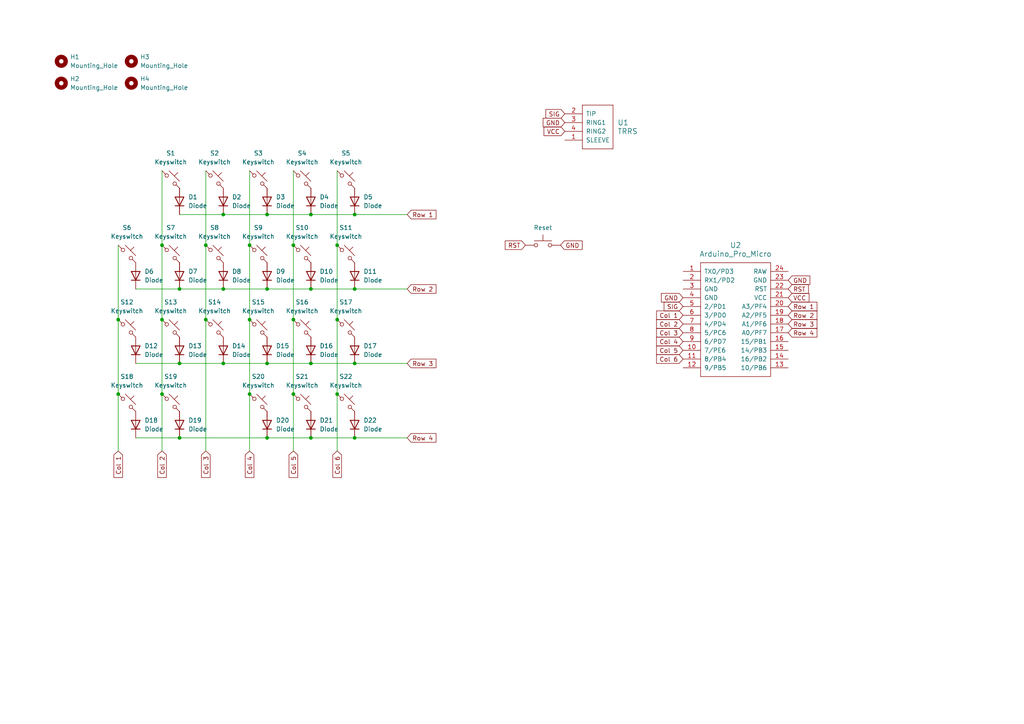
<source format=kicad_sch>
(kicad_sch (version 20231120) (generator "eeschema") (generator_version "8.0")
  (paper "A4")
  (title_block (title "splay") (date "2024-08-13") (rev "1"))
  (lib_symbols
    (symbol "ScottoSymbs:MCU_Arduino_Pro_Micro" (pin_names (offset 1.016))
      (property "Reference" "U" (at 0 0 0))
      (property "Value" "Arduino_Pro_Micro" (at 0 -19.05 0))
      (symbol "MCU_Arduino_Pro_Micro_0_1"
        (rectangle (start -10.16 16.51) (end 10.16 -16.51))
      )
      (symbol "MCU_Arduino_Pro_Micro_1_1"
        (pin input line (at -15.24 13.97 0) (length 5.08) (name "TX0/PD3") (number "1"))
        (pin input line (at -15.24 -8.89 0) (length 5.08) (name "7/PE6") (number "10"))
        (pin input line (at -15.24 -11.43 0) (length 5.08) (name "8/PB4") (number "11"))
        (pin input line (at -15.24 -13.97 0) (length 5.08) (name "9/PB5") (number "12"))
        (pin input line (at 15.24 -13.97 180) (length 5.08) (name "10/PB6") (number "13"))
        (pin input line (at 15.24 -11.43 180) (length 5.08) (name "16/PB2") (number "14"))
        (pin input line (at 15.24 -8.89 180) (length 5.08) (name "14/PB3") (number "15"))
        (pin input line (at 15.24 -6.35 180) (length 5.08) (name "15/PB1") (number "16"))
        (pin input line (at 15.24 -3.81 180) (length 5.08) (name "A0/PF7") (number "17"))
        (pin input line (at 15.24 -1.27 180) (length 5.08) (name "A1/PF6") (number "18"))
        (pin input line (at 15.24 1.27 180) (length 5.08) (name "A2/PF5") (number "19"))
        (pin input line (at -15.24 11.43 0) (length 5.08) (name "RX1/PD2") (number "2"))
        (pin input line (at 15.24 3.81 180) (length 5.08) (name "A3/PF4") (number "20"))
        (pin input line (at 15.24 6.35 180) (length 5.08) (name "VCC") (number "21"))
        (pin input line (at 15.24 8.89 180) (length 5.08) (name "RST") (number "22"))
        (pin input line (at 15.24 11.43 180) (length 5.08) (name "GND") (number "23"))
        (pin input line (at 15.24 13.97 180) (length 5.08) (name "RAW") (number "24"))
        (pin input line (at -15.24 8.89 0) (length 5.08) (name "GND") (number "3"))
        (pin input line (at -15.24 6.35 0) (length 5.08) (name "GND") (number "4"))
        (pin input line (at -15.24 3.81 0) (length 5.08) (name "2/PD1") (number "5"))
        (pin input line (at -15.24 1.27 0) (length 5.08) (name "3/PD0") (number "6"))
        (pin input line (at -15.24 -1.27 0) (length 5.08) (name "4/PD4") (number "7"))
        (pin input line (at -15.24 -3.81 0) (length 5.08) (name "5/PC6") (number "8"))
        (pin input line (at -15.24 -6.35 0) (length 5.08) (name "6/PD7") (number "9"))
      )
    )
    (symbol "ScottoSymbs:Placeholder_Diode" (pin_numbers hide) (pin_names hide)
      (property "Reference" "D" (at 0 2.54 0))
      (property "Value" "Diode" (at 0 -2.54 0))
      (symbol "Placeholder_Diode_0_1"
        (polyline (pts (xy -1.27 1.27) (xy -1.27 -1.27)) (stroke (width 0.254)))
        (polyline (pts (xy 1.27 0) (xy -1.27 0)))
        (polyline (pts (xy 1.27 1.27) (xy 1.27 -1.27) (xy -1.27 0) (xy 1.27 1.27)) (stroke (width 0.254)))
      )
      (symbol "Placeholder_Diode_1_1"
        (pin passive line (at -3.81 0 0) (length 2.54) (name "K") (number "1"))
        (pin passive line (at 3.81 0 180) (length 2.54) (name "A") (number "2"))
      )
    )
    (symbol "ScottoSymbs:Placeholder_Keyswitch" (pin_numbers hide) (pin_names (offset 1.016) hide)
      (property "Reference" "S" (at 3.048 1.016 0))
      (property "Value" "Keyswitch" (at 0 -3.81 0))
      (symbol "Placeholder_Keyswitch_0_1"
        (circle (center -1.1684 1.1684) (radius 0.508))
        (polyline (pts (xy -0.508 2.54) (xy 2.54 -0.508)))
        (polyline (pts (xy 1.016 1.016) (xy 2.032 2.032)))
        (polyline (pts (xy -2.54 2.54) (xy -1.524 1.524) (xy -1.524 1.524)))
        (polyline (pts (xy 1.524 -1.524) (xy 2.54 -2.54) (xy 2.54 -2.54) (xy 2.54 -2.54)))
        (circle (center 1.143 -1.1938) (radius 0.508))
        (pin passive line (at -2.54 2.54 0) (length 0) (name "1") (number "1"))
        (pin passive line (at 2.54 -2.54 180) (length 0) (name "2") (number "2"))
      )
    )
    (symbol "ScottoSymbs:Placeholder_Mounting_Hole" (pin_names (offset 1.016))
      (property "Reference" "H" (at 0 5.08 0))
      (property "Value" "Mounting_Hole" (at 0 3.175 0))
      (symbol "Placeholder_Mounting_Hole_0_1"
        (circle (center 0 0) (radius 1.27) (stroke (width 1.27)))
      )
    )
    (symbol "ScottoSymbs:Placeholder_Switch" (pin_numbers hide) (pin_names (offset 1.016) hide)
      (property "Reference" "SW" (at 1.27 2.54 0))
      (property "Value" "Switch" (at 0 -1.524 0))
      (symbol "Placeholder_Switch_0_1"
        (circle (center -2.032 0) (radius 0.508))
        (polyline (pts (xy 0 1.27) (xy 0 3.048)))
        (polyline (pts (xy 2.54 1.27) (xy -2.54 1.27)))
        (circle (center 2.032 0) (radius 0.508))
        (pin passive line (at -5.08 0 0) (length 2.54) (name "1") (number "1"))
        (pin passive line (at 5.08 0 180) (length 2.54) (name "2") (number "2"))
      )
    )
    (symbol "ScottoSymbs:Placeholder_TRRS" (pin_names (offset 1.016))
      (property "Reference" "U" (at 0 15.24 0))
      (property "Value" "TRRS" (at 0 -2.54 0))
      (symbol "Placeholder_TRRS_0_1"
        (rectangle (start -3.81 0) (end -3.81 12.7))
        (rectangle (start -3.81 0) (end 5.08 0))
        (rectangle (start -3.81 12.7) (end 5.08 12.7))
        (rectangle (start 5.08 12.7) (end 5.08 0))
      )
      (symbol "Placeholder_TRRS_1_1"
        (pin input line (at -8.89 2.54 0) (length 5.08) (name "SLEEVE") (number "1"))
        (pin input line (at -8.89 10.16 0) (length 5.08) (name "TIP") (number "2"))
        (pin input line (at -8.89 7.62 0) (length 5.08) (name "RING1") (number "3"))
        (pin input line (at -8.89 5.08 0) (length 5.08) (name "RING2") (number "4"))
      )
    )
  )
  (junction (at 72.39 114.3))
  (junction (at 34.29 114.3))
  (junction (at 72.39 71.12))
  (junction (at 90.17 127))
  (junction (at 46.99 114.3))
  (junction (at 64.77 62.23))
  (junction (at 77.47 62.23))
  (junction (at 77.47 83.82))
  (junction (at 97.79 71.12))
  (junction (at 52.07 83.82))
  (junction (at 52.07 127))
  (junction (at 97.79 114.3))
  (junction (at 64.77 105.41))
  (junction (at 46.99 71.12))
  (junction (at 52.07 105.41))
  (junction (at 64.77 83.82))
  (junction (at 102.87 127))
  (junction (at 46.99 92.71))
  (junction (at 102.87 83.82))
  (junction (at 90.17 62.23))
  (junction (at 59.69 71.12))
  (junction (at 102.87 62.23))
  (junction (at 59.69 92.71))
  (junction (at 72.39 92.71))
  (junction (at 85.09 92.71))
  (junction (at 90.17 83.82))
  (junction (at 90.17 105.41))
  (junction (at 102.87 105.41))
  (junction (at 85.09 71.12))
  (junction (at 34.29 92.71))
  (junction (at 97.79 92.71))
  (junction (at 77.47 105.41))
  (junction (at 77.47 127))
  (junction (at 85.09 114.3))
  (wire (pts (xy 90.17 62.23) (xy 102.87 62.23)))
  (wire (pts (xy 77.47 127) (xy 90.17 127)))
  (wire (pts (xy 90.17 127) (xy 102.87 127)))
  (wire (pts (xy 102.87 62.23) (xy 118.11 62.23)))
  (wire (pts (xy 64.77 83.82) (xy 77.47 83.82)))
  (wire (pts (xy 72.39 92.71) (xy 72.39 114.3)))
  (wire (pts (xy 85.09 71.12) (xy 85.09 92.71)))
  (wire (pts (xy 90.17 83.82) (xy 102.87 83.82)))
  (wire (pts (xy 85.09 92.71) (xy 85.09 114.3)))
  (wire (pts (xy 39.37 105.41) (xy 52.07 105.41)))
  (wire (pts (xy 46.99 114.3) (xy 46.99 130.81)))
  (wire (pts (xy 72.39 71.12) (xy 72.39 92.71)))
  (wire (pts (xy 64.77 62.23) (xy 77.47 62.23)))
  (wire (pts (xy 52.07 83.82) (xy 64.77 83.82)))
  (wire (pts (xy 97.79 114.3) (xy 97.79 130.81)))
  (wire (pts (xy 59.69 92.71) (xy 59.69 130.81)))
  (wire (pts (xy 72.39 114.3) (xy 72.39 130.81)))
  (wire (pts (xy 46.99 71.12) (xy 46.99 92.71)))
  (wire (pts (xy 77.47 83.82) (xy 90.17 83.82)))
  (wire (pts (xy 77.47 105.41) (xy 90.17 105.41)))
  (wire (pts (xy 59.69 71.12) (xy 59.69 92.71)))
  (wire (pts (xy 52.07 105.41) (xy 64.77 105.41)))
  (wire (pts (xy 59.69 49.53) (xy 59.69 71.12)))
  (wire (pts (xy 102.87 127) (xy 118.11 127)))
  (wire (pts (xy 90.17 105.41) (xy 102.87 105.41)))
  (wire (pts (xy 102.87 83.82) (xy 118.11 83.82)))
  (wire (pts (xy 46.99 49.53) (xy 46.99 71.12)))
  (wire (pts (xy 39.37 83.82) (xy 52.07 83.82)))
  (wire (pts (xy 52.07 62.23) (xy 64.77 62.23)))
  (wire (pts (xy 52.07 127) (xy 77.47 127)))
  (wire (pts (xy 77.47 62.23) (xy 90.17 62.23)))
  (wire (pts (xy 46.99 92.71) (xy 46.99 114.3)))
  (wire (pts (xy 97.79 71.12) (xy 97.79 92.71)))
  (wire (pts (xy 97.79 49.53) (xy 97.79 71.12)))
  (wire (pts (xy 64.77 105.41) (xy 77.47 105.41)))
  (wire (pts (xy 72.39 49.53) (xy 72.39 71.12)))
  (wire (pts (xy 85.09 49.53) (xy 85.09 71.12)))
  (wire (pts (xy 34.29 71.12) (xy 34.29 92.71)))
  (wire (pts (xy 85.09 114.3) (xy 85.09 130.81)))
  (wire (pts (xy 34.29 114.3) (xy 34.29 130.81)))
  (wire (pts (xy 34.29 92.71) (xy 34.29 114.3)))
  (wire (pts (xy 39.37 127) (xy 52.07 127)))
  (wire (pts (xy 97.79 92.71) (xy 97.79 114.3)))
  (wire (pts (xy 102.87 105.41) (xy 118.11 105.41)))
  (global_label "Col 2" (shape input) (at 46.99 130.81 270) (property "Intersheetrefs" "${INTERSHEET_REFS}" (effects (hide yes))))
  (global_label "Row 1" (shape input) (at 118.11 62.23 0) (property "Intersheetrefs" "${INTERSHEET_REFS}" (effects (hide yes))))
  (global_label "Col 4" (shape input) (at 72.39 130.81 270) (property "Intersheetrefs" "${INTERSHEET_REFS}" (effects (hide yes))))
  (global_label "Row 2" (shape input) (at 228.6 91.44 0) (property "Intersheetrefs" "${INTERSHEET_REFS}" (effects (hide yes))))
  (global_label "SIG" (shape input) (at 163.83 33.02 180) (property "Intersheetrefs" "${INTERSHEET_REFS}" (effects (hide yes))))
  (global_label "VCC" (shape input) (at 163.83 38.1 180) (property "Intersheetrefs" "${INTERSHEET_REFS}" (effects (hide yes))))
  (global_label "RST" (shape input) (at 228.6 83.82 0) (property "Intersheetrefs" "${INTERSHEET_REFS}" (effects (hide yes))))
  (global_label "Col 5" (shape input) (at 198.12 101.6 180) (property "Intersheetrefs" "${INTERSHEET_REFS}" (effects (hide yes))))
  (global_label "Col 5" (shape input) (at 85.09 130.81 270) (property "Intersheetrefs" "${INTERSHEET_REFS}" (effects (hide yes))))
  (global_label "Row 4" (shape input) (at 228.6 96.52 0) (property "Intersheetrefs" "${INTERSHEET_REFS}" (effects (hide yes))))
  (global_label "Row 1" (shape input) (at 228.6 88.9 0) (property "Intersheetrefs" "${INTERSHEET_REFS}" (effects (hide yes))))
  (global_label "Col 2" (shape input) (at 198.12 93.98 180) (property "Intersheetrefs" "${INTERSHEET_REFS}" (effects (hide yes))))
  (global_label "Col 4" (shape input) (at 198.12 99.06 180) (property "Intersheetrefs" "${INTERSHEET_REFS}" (effects (hide yes))))
  (global_label "GND" (shape input) (at 198.12 86.36 180) (property "Intersheetrefs" "${INTERSHEET_REFS}" (effects (hide yes))))
  (global_label "VCC" (shape input) (at 228.6 86.36 0) (property "Intersheetrefs" "${INTERSHEET_REFS}" (effects (hide yes))))
  (global_label "Col 1" (shape input) (at 198.12 91.44 180) (property "Intersheetrefs" "${INTERSHEET_REFS}" (effects (hide yes))))
  (global_label "Col 3" (shape input) (at 59.69 130.81 270) (property "Intersheetrefs" "${INTERSHEET_REFS}" (effects (hide yes))))
  (global_label "Row 2" (shape input) (at 118.11 83.82 0) (property "Intersheetrefs" "${INTERSHEET_REFS}" (effects (hide yes))))
  (global_label "Col 6" (shape input) (at 198.12 104.14 180) (property "Intersheetrefs" "${INTERSHEET_REFS}" (effects (hide yes))))
  (global_label "Row 4" (shape input) (at 118.11 127 0) (property "Intersheetrefs" "${INTERSHEET_REFS}" (effects (hide yes))))
  (global_label "Col 6" (shape input) (at 97.79 130.81 270) (property "Intersheetrefs" "${INTERSHEET_REFS}" (effects (hide yes))))
  (global_label "Col 1" (shape input) (at 34.29 130.81 270) (property "Intersheetrefs" "${INTERSHEET_REFS}" (effects (hide yes))))
  (global_label "Row 3" (shape input) (at 118.11 105.41 0) (property "Intersheetrefs" "${INTERSHEET_REFS}" (effects (hide yes))))
  (global_label "SIG" (shape input) (at 198.12 88.9 180) (property "Intersheetrefs" "${INTERSHEET_REFS}" (effects (hide yes))))
  (global_label "GND" (shape input) (at 228.6 81.28 0) (property "Intersheetrefs" "${INTERSHEET_REFS}" (effects (hide yes))))
  (global_label "GND" (shape input) (at 163.83 35.56 180) (property "Intersheetrefs" "${INTERSHEET_REFS}" (effects (hide yes))))
  (global_label "Col 3" (shape input) (at 198.12 96.52 180) (property "Intersheetrefs" "${INTERSHEET_REFS}" (effects (hide yes))))
  (global_label "GND" (shape input) (at 162.56 71.12 0) (property "Intersheetrefs" "${INTERSHEET_REFS}" (effects (hide yes))))
  (global_label "RST" (shape input) (at 152.4 71.12 180) (property "Intersheetrefs" "${INTERSHEET_REFS}" (effects (hide yes))))
  (global_label "Row 3" (shape input) (at 228.6 93.98 0) (property "Intersheetrefs" "${INTERSHEET_REFS}" (effects (hide yes))))
  (symbol (lib_id "ScottoSymbs:Placeholder_Keyswitch") (at 87.63 52.07 0) (unit 1)
    (property "Reference" "S4" (at 87.63 44.45 0))
    (property "Value" "Keyswitch" (at 87.63 46.99 0))
    (property "Footprint" "PCM_Switch_Keyboard_Cherry_MX:SW_Cherry_MX_PCB" (effects (hide yes)))
    (property "Description" "Push button switch, normally open, two pins, 45° tilted" (effects (hide yes)))
  )
  (symbol (lib_id "ScottoSymbs:Placeholder_Diode") (at 90.17 101.6 90) (unit 1)
    (property "Reference" "D16" (at 92.71 100.3299 90) (effects (justify right)))
    (property "Value" "Diode" (at 92.71 102.8699 90) (effects (justify right)))
    (property "Footprint" "Scotto Components:Diode_SOD-123" (effects (hide yes)))
    (property "Description" "1N4148 (DO-35) or 1N4148W (SOD-123)" (effects (hide yes)))
    (property "Sim.Device" "D" (effects (hide yes)))
    (property "Sim.Pins" "1=K 2=A" (effects (hide yes)))
  )
  (symbol (lib_id "ScottoSymbs:Placeholder_Mounting_Hole") (at 38.1 24.13 0) (unit 1)
    (property "Reference" "H4" (at 40.64 22.8599 0) (effects (justify left)))
    (property "Value" "Mounting_Hole" (at 40.64 25.3999 0) (effects (justify left)))
    (property "Footprint" "MountingHole:MountingHole_3.2mm_M3" (effects (hide yes)))
    (property "Description" "Mounting Hole without connection" (effects (hide yes)))
  )
  (symbol (lib_id "ScottoSymbs:Placeholder_Mounting_Hole") (at 17.78 24.13 0) (unit 1)
    (property "Reference" "H2" (at 20.32 22.8599 0) (effects (justify left)))
    (property "Value" "Mounting_Hole" (at 20.32 25.3999 0) (effects (justify left)))
    (property "Footprint" "MountingHole:MountingHole_3.2mm_M3" (effects (hide yes)))
    (property "Description" "Mounting Hole without connection" (effects (hide yes)))
  )
  (symbol (lib_id "ScottoSymbs:Placeholder_Diode") (at 77.47 123.19 90) (unit 1)
    (property "Reference" "D20" (at 80.01 121.9199 90) (effects (justify right)))
    (property "Value" "Diode" (at 80.01 124.4599 90) (effects (justify right)))
    (property "Footprint" "Scotto Components:Diode_SOD-123" (effects (hide yes)))
    (property "Description" "1N4148 (DO-35) or 1N4148W (SOD-123)" (effects (hide yes)))
    (property "Sim.Device" "D" (effects (hide yes)))
    (property "Sim.Pins" "1=K 2=A" (effects (hide yes)))
  )
  (symbol (lib_id "ScottoSymbs:Placeholder_Keyswitch") (at 49.53 73.66 0) (unit 1)
    (property "Reference" "S7" (at 49.53 66.04 0))
    (property "Value" "Keyswitch" (at 49.53 68.58 0))
    (property "Footprint" "PCM_Switch_Keyboard_Cherry_MX:SW_Cherry_MX_PCB" (effects (hide yes)))
    (property "Description" "Push button switch, normally open, two pins, 45° tilted" (effects (hide yes)))
  )
  (symbol (lib_id "ScottoSymbs:Placeholder_Keyswitch") (at 100.33 95.25 0) (unit 1)
    (property "Reference" "S17" (at 100.33 87.63 0))
    (property "Value" "Keyswitch" (at 100.33 90.17 0))
    (property "Footprint" "PCM_Switch_Keyboard_Cherry_MX:SW_Cherry_MX_PCB" (effects (hide yes)))
    (property "Description" "Push button switch, normally open, two pins, 45° tilted" (effects (hide yes)))
  )
  (symbol (lib_id "ScottoSymbs:Placeholder_Keyswitch") (at 49.53 95.25 0) (unit 1)
    (property "Reference" "S13" (at 49.53 87.63 0))
    (property "Value" "Keyswitch" (at 49.53 90.17 0))
    (property "Footprint" "PCM_Switch_Keyboard_Cherry_MX:SW_Cherry_MX_PCB" (effects (hide yes)))
    (property "Description" "Push button switch, normally open, two pins, 45° tilted" (effects (hide yes)))
  )
  (symbol (lib_id "ScottoSymbs:Placeholder_Diode") (at 102.87 58.42 90) (unit 1)
    (property "Reference" "D5" (at 105.41 57.1499 90) (effects (justify right)))
    (property "Value" "Diode" (at 105.41 59.6899 90) (effects (justify right)))
    (property "Footprint" "Scotto Components:Diode_SOD-123" (effects (hide yes)))
    (property "Description" "1N4148 (DO-35) or 1N4148W (SOD-123)" (effects (hide yes)))
    (property "Sim.Device" "D" (effects (hide yes)))
    (property "Sim.Pins" "1=K 2=A" (effects (hide yes)))
  )
  (symbol (lib_id "ScottoSymbs:Placeholder_Diode") (at 52.07 80.01 90) (unit 1)
    (property "Reference" "D7" (at 54.61 78.7399 90) (effects (justify right)))
    (property "Value" "Diode" (at 54.61 81.2799 90) (effects (justify right)))
    (property "Footprint" "Scotto Components:Diode_SOD-123" (effects (hide yes)))
    (property "Description" "1N4148 (DO-35) or 1N4148W (SOD-123)" (effects (hide yes)))
    (property "Sim.Device" "D" (effects (hide yes)))
    (property "Sim.Pins" "1=K 2=A" (effects (hide yes)))
  )
  (symbol (lib_id "ScottoSymbs:Placeholder_Keyswitch") (at 74.93 95.25 0) (unit 1)
    (property "Reference" "S15" (at 74.93 87.63 0))
    (property "Value" "Keyswitch" (at 74.93 90.17 0))
    (property "Footprint" "PCM_Switch_Keyboard_Cherry_MX:SW_Cherry_MX_PCB" (effects (hide yes)))
    (property "Description" "Push button switch, normally open, two pins, 45° tilted" (effects (hide yes)))
  )
  (symbol (lib_id "ScottoSymbs:Placeholder_Keyswitch") (at 62.23 52.07 0) (unit 1)
    (property "Reference" "S2" (at 62.23 44.45 0))
    (property "Value" "Keyswitch" (at 62.23 46.99 0))
    (property "Footprint" "PCM_Switch_Keyboard_Cherry_MX:SW_Cherry_MX_PCB" (effects (hide yes)))
    (property "Description" "Push button switch, normally open, two pins, 45° tilted" (effects (hide yes)))
  )
  (symbol (lib_id "ScottoSymbs:Placeholder_Diode") (at 102.87 123.19 90) (unit 1)
    (property "Reference" "D22" (at 105.41 121.9199 90) (effects (justify right)))
    (property "Value" "Diode" (at 105.41 124.4599 90) (effects (justify right)))
    (property "Footprint" "Scotto Components:Diode_SOD-123" (effects (hide yes)))
    (property "Description" "1N4148 (DO-35) or 1N4148W (SOD-123)" (effects (hide yes)))
    (property "Sim.Device" "D" (effects (hide yes)))
    (property "Sim.Pins" "1=K 2=A" (effects (hide yes)))
  )
  (symbol (lib_id "ScottoSymbs:Placeholder_Diode") (at 64.77 58.42 90) (unit 1)
    (property "Reference" "D2" (at 67.31 57.1499 90) (effects (justify right)))
    (property "Value" "Diode" (at 67.31 59.6899 90) (effects (justify right)))
    (property "Footprint" "Scotto Components:Diode_SOD-123" (effects (hide yes)))
    (property "Description" "1N4148 (DO-35) or 1N4148W (SOD-123)" (effects (hide yes)))
    (property "Sim.Device" "D" (effects (hide yes)))
    (property "Sim.Pins" "1=K 2=A" (effects (hide yes)))
  )
  (symbol (lib_id "ScottoSymbs:Placeholder_Switch") (at 157.48 71.12 0) (unit 1)
    (property "Reference" "SW1" (effects (hide yes)))
    (property "Value" "Reset" (at 157.48 66.04 0))
    (property "Footprint" "Button_Switch_SMD:SW_Push_SPST_NO_Alps_SKRK" (effects (hide yes)))
    (property "Description" "Push button switch, generic, two pins" (effects (hide yes)))
  )
  (symbol (lib_id "ScottoSymbs:Placeholder_Keyswitch") (at 62.23 73.66 0) (unit 1)
    (property "Reference" "S8" (at 62.23 66.04 0))
    (property "Value" "Keyswitch" (at 62.23 68.58 0))
    (property "Footprint" "PCM_Switch_Keyboard_Cherry_MX:SW_Cherry_MX_PCB" (effects (hide yes)))
    (property "Description" "Push button switch, normally open, two pins, 45° tilted" (effects (hide yes)))
  )
  (symbol (lib_id "ScottoSymbs:Placeholder_Diode") (at 64.77 101.6 90) (unit 1)
    (property "Reference" "D14" (at 67.31 100.3299 90) (effects (justify right)))
    (property "Value" "Diode" (at 67.31 102.8699 90) (effects (justify right)))
    (property "Footprint" "Scotto Components:Diode_SOD-123" (effects (hide yes)))
    (property "Description" "1N4148 (DO-35) or 1N4148W (SOD-123)" (effects (hide yes)))
    (property "Sim.Device" "D" (effects (hide yes)))
    (property "Sim.Pins" "1=K 2=A" (effects (hide yes)))
  )
  (symbol (lib_id "ScottoSymbs:Placeholder_Diode") (at 52.07 58.42 90) (unit 1)
    (property "Reference" "D1" (at 54.61 57.1499 90) (effects (justify right)))
    (property "Value" "Diode" (at 54.61 59.6899 90) (effects (justify right)))
    (property "Footprint" "Scotto Components:Diode_SOD-123" (effects (hide yes)))
    (property "Description" "1N4148 (DO-35) or 1N4148W (SOD-123)" (effects (hide yes)))
    (property "Sim.Device" "D" (effects (hide yes)))
    (property "Sim.Pins" "1=K 2=A" (effects (hide yes)))
  )
  (symbol (lib_id "ScottoSymbs:Placeholder_Keyswitch") (at 49.53 52.07 0) (unit 1)
    (property "Reference" "S1" (at 49.53 44.45 0))
    (property "Value" "Keyswitch" (at 49.53 46.99 0))
    (property "Footprint" "PCM_Switch_Keyboard_Cherry_MX:SW_Cherry_MX_PCB" (effects (hide yes)))
    (property "Description" "Push button switch, normally open, two pins, 45° tilted" (effects (hide yes)))
  )
  (symbol (lib_id "ScottoSymbs:Placeholder_Diode") (at 77.47 101.6 90) (unit 1)
    (property "Reference" "D15" (at 80.01 100.3299 90) (effects (justify right)))
    (property "Value" "Diode" (at 80.01 102.8699 90) (effects (justify right)))
    (property "Footprint" "Scotto Components:Diode_SOD-123" (effects (hide yes)))
    (property "Description" "1N4148 (DO-35) or 1N4148W (SOD-123)" (effects (hide yes)))
    (property "Sim.Device" "D" (effects (hide yes)))
    (property "Sim.Pins" "1=K 2=A" (effects (hide yes)))
  )
  (symbol (lib_id "ScottoSymbs:Placeholder_Diode") (at 90.17 80.01 90) (unit 1)
    (property "Reference" "D10" (at 92.71 78.7399 90) (effects (justify right)))
    (property "Value" "Diode" (at 92.71 81.2799 90) (effects (justify right)))
    (property "Footprint" "Scotto Components:Diode_SOD-123" (effects (hide yes)))
    (property "Description" "1N4148 (DO-35) or 1N4148W (SOD-123)" (effects (hide yes)))
    (property "Sim.Device" "D" (effects (hide yes)))
    (property "Sim.Pins" "1=K 2=A" (effects (hide yes)))
  )
  (symbol (lib_id "ScottoSymbs:Placeholder_Keyswitch") (at 49.53 116.84 0) (unit 1)
    (property "Reference" "S19" (at 49.53 109.22 0))
    (property "Value" "Keyswitch" (at 49.53 111.76 0))
    (property "Footprint" "PCM_Switch_Keyboard_Cherry_MX:SW_Cherry_MX_PCB" (effects (hide yes)))
    (property "Description" "Push button switch, normally open, two pins, 45° tilted" (effects (hide yes)))
  )
  (symbol (lib_id "ScottoSymbs:Placeholder_Diode") (at 90.17 58.42 90) (unit 1)
    (property "Reference" "D4" (at 92.71 57.1499 90) (effects (justify right)))
    (property "Value" "Diode" (at 92.71 59.6899 90) (effects (justify right)))
    (property "Footprint" "Scotto Components:Diode_SOD-123" (effects (hide yes)))
    (property "Description" "1N4148 (DO-35) or 1N4148W (SOD-123)" (effects (hide yes)))
    (property "Sim.Device" "D" (effects (hide yes)))
    (property "Sim.Pins" "1=K 2=A" (effects (hide yes)))
  )
  (symbol (lib_id "ScottoSymbs:Placeholder_Keyswitch") (at 100.33 116.84 0) (unit 1)
    (property "Reference" "S22" (at 100.33 109.22 0))
    (property "Value" "Keyswitch" (at 100.33 111.76 0))
    (property "Footprint" "PCM_Switch_Keyboard_Cherry_MX:SW_Cherry_MX_PCB" (effects (hide yes)))
    (property "Description" "Push button switch, normally open, two pins, 45° tilted" (effects (hide yes)))
  )
  (symbol (lib_id "ScottoSymbs:Placeholder_Keyswitch") (at 74.93 116.84 0) (unit 1)
    (property "Reference" "S20" (at 74.93 109.22 0))
    (property "Value" "Keyswitch" (at 74.93 111.76 0))
    (property "Footprint" "PCM_Switch_Keyboard_Cherry_MX:SW_Cherry_MX_PCB" (effects (hide yes)))
    (property "Description" "Push button switch, normally open, two pins, 45° tilted" (effects (hide yes)))
  )
  (symbol (lib_id "ScottoSymbs:Placeholder_Diode") (at 77.47 80.01 90) (unit 1)
    (property "Reference" "D9" (at 80.01 78.7399 90) (effects (justify right)))
    (property "Value" "Diode" (at 80.01 81.2799 90) (effects (justify right)))
    (property "Footprint" "Scotto Components:Diode_SOD-123" (effects (hide yes)))
    (property "Description" "1N4148 (DO-35) or 1N4148W (SOD-123)" (effects (hide yes)))
    (property "Sim.Device" "D" (effects (hide yes)))
    (property "Sim.Pins" "1=K 2=A" (effects (hide yes)))
  )
  (symbol (lib_id "ScottoSymbs:Placeholder_Diode") (at 52.07 101.6 90) (unit 1)
    (property "Reference" "D13" (at 54.61 100.3299 90) (effects (justify right)))
    (property "Value" "Diode" (at 54.61 102.8699 90) (effects (justify right)))
    (property "Footprint" "Scotto Components:Diode_SOD-123" (effects (hide yes)))
    (property "Description" "1N4148 (DO-35) or 1N4148W (SOD-123)" (effects (hide yes)))
    (property "Sim.Device" "D" (effects (hide yes)))
    (property "Sim.Pins" "1=K 2=A" (effects (hide yes)))
  )
  (symbol (lib_id "ScottoSymbs:Placeholder_Keyswitch") (at 36.83 95.25 0) (unit 1)
    (property "Reference" "S12" (at 36.83 87.63 0))
    (property "Value" "Keyswitch" (at 36.83 90.17 0))
    (property "Footprint" "PCM_Switch_Keyboard_Cherry_MX:SW_Cherry_MX_PCB" (effects (hide yes)))
    (property "Description" "Push button switch, normally open, two pins, 45° tilted" (effects (hide yes)))
  )
  (symbol (lib_id "ScottoSymbs:Placeholder_Diode") (at 77.47 58.42 90) (unit 1)
    (property "Reference" "D3" (at 80.01 57.1499 90) (effects (justify right)))
    (property "Value" "Diode" (at 80.01 59.6899 90) (effects (justify right)))
    (property "Footprint" "Scotto Components:Diode_SOD-123" (effects (hide yes)))
    (property "Description" "1N4148 (DO-35) or 1N4148W (SOD-123)" (effects (hide yes)))
    (property "Sim.Device" "D" (effects (hide yes)))
    (property "Sim.Pins" "1=K 2=A" (effects (hide yes)))
  )
  (symbol (lib_id "ScottoSymbs:Placeholder_Diode") (at 39.37 80.01 90) (unit 1)
    (property "Reference" "D6" (at 41.91 78.7399 90) (effects (justify right)))
    (property "Value" "Diode" (at 41.91 81.2799 90) (effects (justify right)))
    (property "Footprint" "Scotto Components:Diode_SOD-123" (effects (hide yes)))
    (property "Description" "1N4148 (DO-35) or 1N4148W (SOD-123)" (effects (hide yes)))
    (property "Sim.Device" "D" (effects (hide yes)))
    (property "Sim.Pins" "1=K 2=A" (effects (hide yes)))
  )
  (symbol (lib_id "ScottoSymbs:Placeholder_Keyswitch") (at 62.23 95.25 0) (unit 1)
    (property "Reference" "S14" (at 62.23 87.63 0))
    (property "Value" "Keyswitch" (at 62.23 90.17 0))
    (property "Footprint" "PCM_Switch_Keyboard_Cherry_MX:SW_Cherry_MX_PCB" (effects (hide yes)))
    (property "Description" "Push button switch, normally open, two pins, 45° tilted" (effects (hide yes)))
  )
  (symbol (lib_id "ScottoSymbs:Placeholder_Keyswitch") (at 74.93 52.07 0) (unit 1)
    (property "Reference" "S3" (at 74.93 44.45 0))
    (property "Value" "Keyswitch" (at 74.93 46.99 0))
    (property "Footprint" "PCM_Switch_Keyboard_Cherry_MX:SW_Cherry_MX_PCB" (effects (hide yes)))
    (property "Description" "Push button switch, normally open, two pins, 45° tilted" (effects (hide yes)))
  )
  (symbol (lib_id "ScottoSymbs:Placeholder_Diode") (at 102.87 80.01 90) (unit 1)
    (property "Reference" "D11" (at 105.41 78.7399 90) (effects (justify right)))
    (property "Value" "Diode" (at 105.41 81.2799 90) (effects (justify right)))
    (property "Footprint" "Scotto Components:Diode_SOD-123" (effects (hide yes)))
    (property "Description" "1N4148 (DO-35) or 1N4148W (SOD-123)" (effects (hide yes)))
    (property "Sim.Device" "D" (effects (hide yes)))
    (property "Sim.Pins" "1=K 2=A" (effects (hide yes)))
  )
  (symbol (lib_id "ScottoSymbs:Placeholder_Keyswitch") (at 36.83 73.66 0) (unit 1)
    (property "Reference" "S6" (at 36.83 66.04 0))
    (property "Value" "Keyswitch" (at 36.83 68.58 0))
    (property "Footprint" "PCM_Switch_Keyboard_Cherry_MX:SW_Cherry_MX_PCB" (effects (hide yes)))
    (property "Description" "Push button switch, normally open, two pins, 45° tilted" (effects (hide yes)))
  )
  (symbol (lib_id "ScottoSymbs:Placeholder_Diode") (at 39.37 123.19 90) (unit 1)
    (property "Reference" "D18" (at 41.91 121.9199 90) (effects (justify right)))
    (property "Value" "Diode" (at 41.91 124.4599 90) (effects (justify right)))
    (property "Footprint" "Scotto Components:Diode_SOD-123" (effects (hide yes)))
    (property "Description" "1N4148 (DO-35) or 1N4148W (SOD-123)" (effects (hide yes)))
    (property "Sim.Device" "D" (effects (hide yes)))
    (property "Sim.Pins" "1=K 2=A" (effects (hide yes)))
  )
  (symbol (lib_id "ScottoSymbs:Placeholder_Diode") (at 64.77 80.01 90) (unit 1)
    (property "Reference" "D8" (at 67.31 78.7399 90) (effects (justify right)))
    (property "Value" "Diode" (at 67.31 81.2799 90) (effects (justify right)))
    (property "Footprint" "Scotto Components:Diode_SOD-123" (effects (hide yes)))
    (property "Description" "1N4148 (DO-35) or 1N4148W (SOD-123)" (effects (hide yes)))
    (property "Sim.Device" "D" (effects (hide yes)))
    (property "Sim.Pins" "1=K 2=A" (effects (hide yes)))
  )
  (symbol (lib_id "ScottoSymbs:Placeholder_Diode") (at 102.87 101.6 90) (unit 1)
    (property "Reference" "D17" (at 105.41 100.3299 90) (effects (justify right)))
    (property "Value" "Diode" (at 105.41 102.8699 90) (effects (justify right)))
    (property "Footprint" "Scotto Components:Diode_SOD-123" (effects (hide yes)))
    (property "Description" "1N4148 (DO-35) or 1N4148W (SOD-123)" (effects (hide yes)))
    (property "Sim.Device" "D" (effects (hide yes)))
    (property "Sim.Pins" "1=K 2=A" (effects (hide yes)))
  )
  (symbol (lib_id "ScottoSymbs:Placeholder_Keyswitch") (at 87.63 95.25 0) (unit 1)
    (property "Reference" "S16" (at 87.63 87.63 0))
    (property "Value" "Keyswitch" (at 87.63 90.17 0))
    (property "Footprint" "PCM_Switch_Keyboard_Cherry_MX:SW_Cherry_MX_PCB" (effects (hide yes)))
    (property "Description" "Push button switch, normally open, two pins, 45° tilted" (effects (hide yes)))
  )
  (symbol (lib_id "ScottoSymbs:Placeholder_Diode") (at 90.17 123.19 90) (unit 1)
    (property "Reference" "D21" (at 92.71 121.9199 90) (effects (justify right)))
    (property "Value" "Diode" (at 92.71 124.4599 90) (effects (justify right)))
    (property "Footprint" "Scotto Components:Diode_SOD-123" (effects (hide yes)))
    (property "Description" "1N4148 (DO-35) or 1N4148W (SOD-123)" (effects (hide yes)))
    (property "Sim.Device" "D" (effects (hide yes)))
    (property "Sim.Pins" "1=K 2=A" (effects (hide yes)))
  )
  (symbol (lib_id "ScottoSymbs:Placeholder_Keyswitch") (at 87.63 73.66 0) (unit 1)
    (property "Reference" "S10" (at 87.63 66.04 0))
    (property "Value" "Keyswitch" (at 87.63 68.58 0))
    (property "Footprint" "PCM_Switch_Keyboard_Cherry_MX:SW_Cherry_MX_PCB" (effects (hide yes)))
    (property "Description" "Push button switch, normally open, two pins, 45° tilted" (effects (hide yes)))
  )
  (symbol (lib_id "ScottoSymbs:Placeholder_Keyswitch") (at 100.33 73.66 0) (unit 1)
    (property "Reference" "S11" (at 100.33 66.04 0))
    (property "Value" "Keyswitch" (at 100.33 68.58 0))
    (property "Footprint" "PCM_Switch_Keyboard_Cherry_MX:SW_Cherry_MX_PCB" (effects (hide yes)))
    (property "Description" "Push button switch, normally open, two pins, 45° tilted" (effects (hide yes)))
  )
  (symbol (lib_id "ScottoSymbs:Placeholder_Keyswitch") (at 87.63 116.84 0) (unit 1)
    (property "Reference" "S21" (at 87.63 109.22 0))
    (property "Value" "Keyswitch" (at 87.63 111.76 0))
    (property "Footprint" "PCM_Switch_Keyboard_Cherry_MX:SW_Cherry_MX_PCB" (effects (hide yes)))
    (property "Description" "Push button switch, normally open, two pins, 45° tilted" (effects (hide yes)))
  )
  (symbol (lib_id "ScottoSymbs:Placeholder_Keyswitch") (at 36.83 116.84 0) (unit 1)
    (property "Reference" "S18" (at 36.83 109.22 0))
    (property "Value" "Keyswitch" (at 36.83 111.76 0))
    (property "Footprint" "PCM_Switch_Keyboard_Cherry_MX:SW_Cherry_MX_PCB" (effects (hide yes)))
    (property "Description" "Push button switch, normally open, two pins, 45° tilted" (effects (hide yes)))
  )
  (symbol (lib_id "ScottoSymbs:Placeholder_Diode") (at 52.07 123.19 90) (unit 1)
    (property "Reference" "D19" (at 54.61 121.9199 90) (effects (justify right)))
    (property "Value" "Diode" (at 54.61 124.4599 90) (effects (justify right)))
    (property "Footprint" "Scotto Components:Diode_SOD-123" (effects (hide yes)))
    (property "Description" "1N4148 (DO-35) or 1N4148W (SOD-123)" (effects (hide yes)))
    (property "Sim.Device" "D" (effects (hide yes)))
    (property "Sim.Pins" "1=K 2=A" (effects (hide yes)))
  )
  (symbol (lib_id "ScottoSymbs:MCU_Arduino_Pro_Micro") (at 213.36 92.71 0) (unit 1)
    (property "Reference" "U2" (at 213.36 71.12 0) (effects (font (size 1.524 1.524))))
    (property "Value" "Arduino_Pro_Micro" (at 213.36 73.66 0) (effects (font (size 1.524 1.524))))
    (property "Footprint" "Scotto MCU 2:Arduino_Pro_Micro" (effects (hide yes)))
  )
  (symbol (lib_id "ScottoSymbs:Placeholder_Mounting_Hole") (at 17.78 17.78 0) (unit 1)
    (property "Reference" "H1" (at 20.32 16.5099 0) (effects (justify left)))
    (property "Value" "Mounting_Hole" (at 20.32 19.0499 0) (effects (justify left)))
    (property "Footprint" "MountingHole:MountingHole_3.2mm_M3" (effects (hide yes)))
    (property "Description" "Mounting Hole without connection" (effects (hide yes)))
  )
  (symbol (lib_id "ScottoSymbs:Placeholder_Keyswitch") (at 74.93 73.66 0) (unit 1)
    (property "Reference" "S9" (at 74.93 66.04 0))
    (property "Value" "Keyswitch" (at 74.93 68.58 0))
    (property "Footprint" "PCM_Switch_Keyboard_Cherry_MX:SW_Cherry_MX_PCB" (effects (hide yes)))
    (property "Description" "Push button switch, normally open, two pins, 45° tilted" (effects (hide yes)))
  )
  (symbol (lib_id "ScottoSymbs:Placeholder_Diode") (at 39.37 101.6 90) (unit 1)
    (property "Reference" "D12" (at 41.91 100.3299 90) (effects (justify right)))
    (property "Value" "Diode" (at 41.91 102.8699 90) (effects (justify right)))
    (property "Footprint" "Scotto Components:Diode_SOD-123" (effects (hide yes)))
    (property "Description" "1N4148 (DO-35) or 1N4148W (SOD-123)" (effects (hide yes)))
    (property "Sim.Device" "D" (effects (hide yes)))
    (property "Sim.Pins" "1=K 2=A" (effects (hide yes)))
  )
  (symbol (lib_id "ScottoSymbs:Placeholder_Mounting_Hole") (at 38.1 17.78 0) (unit 1)
    (property "Reference" "H3" (at 40.64 16.5099 0) (effects (justify left)))
    (property "Value" "Mounting_Hole" (at 40.64 19.0499 0) (effects (justify left)))
    (property "Footprint" "MountingHole:MountingHole_3.2mm_M3" (effects (hide yes)))
    (property "Description" "Mounting Hole without connection" (effects (hide yes)))
  )
  (symbol (lib_id "ScottoSymbs:Placeholder_Keyswitch") (at 100.33 52.07 0) (unit 1)
    (property "Reference" "S5" (at 100.33 44.45 0))
    (property "Value" "Keyswitch" (at 100.33 46.99 0))
    (property "Footprint" "PCM_Switch_Keyboard_Cherry_MX:SW_Cherry_MX_PCB" (effects (hide yes)))
    (property "Description" "Push button switch, normally open, two pins, 45° tilted" (effects (hide yes)))
  )
  (symbol (lib_id "ScottoSymbs:Placeholder_TRRS") (at 172.72 43.18 0) (unit 1)
    (property "Reference" "U1" (at 179.07 35.5599 0) (effects (font (size 1.524 1.524)) (justify left)))
    (property "Value" "TRRS" (at 179.07 38.0999 0) (effects (font (size 1.524 1.524)) (justify left)))
    (property "Footprint" "Scotto Components:TRRS_PJ-320A" (effects (hide yes)))
  )
)
</source>
